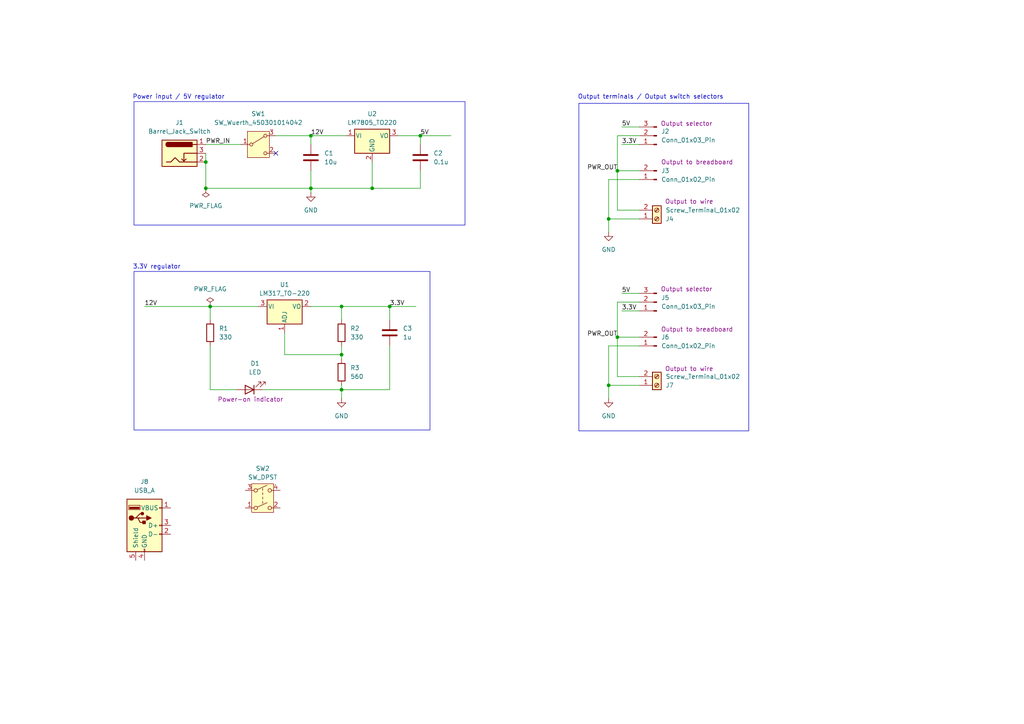
<source format=kicad_sch>
(kicad_sch (version 20231120) (generator "eeschema") (generator_version "8.0")
  (paper "A4")
  (title_block (title "Breadboard Power Supply") (date "2025-01-06") (rev "1") (company "Jaime M. Villegas I.") (comment 1 "3.3 V - 5 V power supply for prototyping breadboard"))
  (lib_symbols
    (symbol "Connector:Barrel_Jack_Switch" (pin_names hide)
      (property "Reference" "J" (at 0 5.334 0))
      (property "Value" "Barrel_Jack_Switch" (at 0 -5.08 0))
      (symbol "Barrel_Jack_Switch_0_1"
        (rectangle (start -5.08 3.81) (end 5.08 -3.81) (stroke (width 0.254)) (fill (type background)))
        (arc (start -3.302 3.175) (mid -3.9343 2.54) (end -3.302 1.905) (stroke (width 0.254)))
        (arc (start -3.302 3.175) (mid -3.9343 2.54) (end -3.302 1.905) (stroke (width 0.254)) (fill (type outline)))
        (polyline (pts (xy 1.27 -2.286) (xy 1.905 -1.651)) (stroke (width 0.254)))
        (polyline (pts (xy 5.08 2.54) (xy 3.81 2.54)) (stroke (width 0.254)))
        (polyline (pts (xy 5.08 0) (xy 1.27 0) (xy 1.27 -2.286) (xy 0.635 -1.651)) (stroke (width 0.254)))
        (polyline (pts (xy -3.81 -2.54) (xy -2.54 -2.54) (xy -1.27 -1.27) (xy 0 -2.54) (xy 2.54 -2.54) (xy 5.08 -2.54)) (stroke (width 0.254)))
        (rectangle (start 3.683 3.175) (end -3.302 1.905) (stroke (width 0.254)) (fill (type outline)))
      )
      (symbol "Barrel_Jack_Switch_1_1"
        (pin passive line (at 7.62 2.54 180) (length 2.54) (name "~") (number "1"))
        (pin passive line (at 7.62 -2.54 180) (length 2.54) (name "~") (number "2"))
        (pin passive line (at 7.62 0 180) (length 2.54) (name "~") (number "3"))
      )
    )
    (symbol "Connector:Conn_01x02_Pin" (pin_names (offset 1.016) hide)
      (property "Reference" "J" (at 0 2.54 0))
      (property "Value" "Conn_01x02_Pin" (at 0 -5.08 0))
      (symbol "Conn_01x02_Pin_1_1"
        (polyline (pts (xy 1.27 -2.54) (xy 0.8636 -2.54)) (stroke (width 0.1524)))
        (polyline (pts (xy 1.27 0) (xy 0.8636 0)) (stroke (width 0.1524)))
        (rectangle (start 0.8636 -2.413) (end 0 -2.667) (stroke (width 0.1524)) (fill (type outline)))
        (rectangle (start 0.8636 0.127) (end 0 -0.127) (stroke (width 0.1524)) (fill (type outline)))
        (pin passive line (at 5.08 0 180) (length 3.81) (name "Pin_1") (number "1"))
        (pin passive line (at 5.08 -2.54 180) (length 3.81) (name "Pin_2") (number "2"))
      )
    )
    (symbol "Connector:Conn_01x03_Pin" (pin_names (offset 1.016) hide)
      (property "Reference" "J" (at 0 5.08 0))
      (property "Value" "Conn_01x03_Pin" (at 0 -5.08 0))
      (symbol "Conn_01x03_Pin_1_1"
        (polyline (pts (xy 1.27 -2.54) (xy 0.8636 -2.54)) (stroke (width 0.1524)))
        (polyline (pts (xy 1.27 0) (xy 0.8636 0)) (stroke (width 0.1524)))
        (polyline (pts (xy 1.27 2.54) (xy 0.8636 2.54)) (stroke (width 0.1524)))
        (rectangle (start 0.8636 -2.413) (end 0 -2.667) (stroke (width 0.1524)) (fill (type outline)))
        (rectangle (start 0.8636 0.127) (end 0 -0.127) (stroke (width 0.1524)) (fill (type outline)))
        (rectangle (start 0.8636 2.667) (end 0 2.413) (stroke (width 0.1524)) (fill (type outline)))
        (pin passive line (at 5.08 2.54 180) (length 3.81) (name "Pin_1") (number "1"))
        (pin passive line (at 5.08 0 180) (length 3.81) (name "Pin_2") (number "2"))
        (pin passive line (at 5.08 -2.54 180) (length 3.81) (name "Pin_3") (number "3"))
      )
    )
    (symbol "Connector:Screw_Terminal_01x02" (pin_names (offset 1.016) hide)
      (property "Reference" "J" (at 0 2.54 0))
      (property "Value" "Screw_Terminal_01x02" (at 0 -5.08 0))
      (symbol "Screw_Terminal_01x02_1_1"
        (rectangle (start -1.27 1.27) (end 1.27 -3.81) (stroke (width 0.254)) (fill (type background)))
        (circle (center 0 -2.54) (radius 0.635) (stroke (width 0.1524)))
        (polyline (pts (xy -0.5334 -2.2098) (xy 0.3302 -3.048)) (stroke (width 0.1524)))
        (polyline (pts (xy -0.5334 0.3302) (xy 0.3302 -0.508)) (stroke (width 0.1524)))
        (polyline (pts (xy -0.3556 -2.032) (xy 0.508 -2.8702)) (stroke (width 0.1524)))
        (polyline (pts (xy -0.3556 0.508) (xy 0.508 -0.3302)) (stroke (width 0.1524)))
        (circle (center 0 0) (radius 0.635) (stroke (width 0.1524)))
        (pin passive line (at -5.08 0 0) (length 3.81) (name "Pin_1") (number "1"))
        (pin passive line (at -5.08 -2.54 0) (length 3.81) (name "Pin_2") (number "2"))
      )
    )
    (symbol "Connector:USB_A" (pin_names (offset 1.016))
      (property "Reference" "J" (at -5.08 11.43 0))
      (property "Value" "USB_A" (at -5.08 8.89 0))
      (symbol "USB_A_0_1"
        (rectangle (start -5.08 -7.62) (end 5.08 7.62) (stroke (width 0.254)) (fill (type background)))
        (circle (center -3.81 2.159) (radius 0.635) (stroke (width 0.254)) (fill (type outline)))
        (rectangle (start -1.524 4.826) (end -4.318 5.334) (fill (type outline)))
        (rectangle (start -1.27 4.572) (end -4.572 5.842))
        (circle (center -0.635 3.429) (radius 0.381) (stroke (width 0.254)) (fill (type outline)))
        (rectangle (start -0.127 -7.62) (end 0.127 -6.858))
        (polyline (pts (xy -3.175 2.159) (xy -2.54 2.159) (xy -1.27 3.429) (xy -0.635 3.429)) (stroke (width 0.254)))
        (polyline (pts (xy -2.54 2.159) (xy -1.905 2.159) (xy -1.27 0.889) (xy 0 0.889)) (stroke (width 0.254)))
        (polyline (pts (xy 0.635 2.794) (xy 0.635 1.524) (xy 1.905 2.159) (xy 0.635 2.794)) (stroke (width 0.254)) (fill (type outline)))
        (rectangle (start 0.254 1.27) (end -0.508 0.508) (stroke (width 0.254)) (fill (type outline)))
        (rectangle (start 5.08 -2.667) (end 4.318 -2.413))
        (rectangle (start 5.08 -0.127) (end 4.318 0.127))
        (rectangle (start 5.08 4.953) (end 4.318 5.207))
      )
      (symbol "USB_A_1_1"
        (polyline (pts (xy -1.905 2.159) (xy 0.635 2.159)) (stroke (width 0.254)))
        (pin power_in line (at 7.62 5.08 180) (length 2.54) (name "VBUS") (number "1"))
        (pin bidirectional line (at 7.62 -2.54 180) (length 2.54) (name "D-") (number "2"))
        (pin bidirectional line (at 7.62 0 180) (length 2.54) (name "D+") (number "3"))
        (pin power_in line (at 0 -10.16 90) (length 2.54) (name "GND") (number "4"))
        (pin passive line (at -2.54 -10.16 90) (length 2.54) (name "Shield") (number "5"))
      )
    )
    (symbol "Device:C" (pin_numbers hide) (pin_names (offset 0.254))
      (property "Reference" "C" (at 0.635 2.54 0))
      (property "Value" "C" (at 0.635 -2.54 0))
      (symbol "C_0_1"
        (polyline (pts (xy -2.032 -0.762) (xy 2.032 -0.762)) (stroke (width 0.508)))
        (polyline (pts (xy -2.032 0.762) (xy 2.032 0.762)) (stroke (width 0.508)))
      )
      (symbol "C_1_1"
        (pin passive line (at 0 3.81 270) (length 2.794) (name "~") (number "1"))
        (pin passive line (at 0 -3.81 90) (length 2.794) (name "~") (number "2"))
      )
    )
    (symbol "Device:LED" (pin_numbers hide) (pin_names (offset 1.016) hide)
      (property "Reference" "D" (at 0 2.54 0))
      (property "Value" "LED" (at 0 -2.54 0))
      (symbol "LED_0_1"
        (polyline (pts (xy -1.27 -1.27) (xy -1.27 1.27)) (stroke (width 0.254)))
        (polyline (pts (xy -1.27 0) (xy 1.27 0)))
        (polyline (pts (xy 1.27 -1.27) (xy 1.27 1.27) (xy -1.27 0) (xy 1.27 -1.27)) (stroke (width 0.254)))
        (polyline (pts (xy -3.048 -0.762) (xy -4.572 -2.286) (xy -3.81 -2.286) (xy -4.572 -2.286) (xy -4.572 -1.524)))
        (polyline (pts (xy -1.778 -0.762) (xy -3.302 -2.286) (xy -2.54 -2.286) (xy -3.302 -2.286) (xy -3.302 -1.524)))
      )
      (symbol "LED_1_1"
        (pin passive line (at -3.81 0 0) (length 2.54) (name "K") (number "1"))
        (pin passive line (at 3.81 0 180) (length 2.54) (name "A") (number "2"))
      )
    )
    (symbol "Device:R" (pin_numbers hide) (pin_names (offset 0))
      (property "Reference" "R" (at 2.032 0 90))
      (property "Value" "R" (at 0 0 90))
      (symbol "R_0_1"
        (rectangle (start -1.016 -2.54) (end 1.016 2.54) (stroke (width 0.254)))
      )
      (symbol "R_1_1"
        (pin passive line (at 0 3.81 270) (length 1.27) (name "~") (number "1"))
        (pin passive line (at 0 -3.81 90) (length 1.27) (name "~") (number "2"))
      )
    )
    (symbol "Regulator_Linear:LM317_TO-220" (pin_names (offset 0.254))
      (property "Reference" "U" (at -3.81 3.175 0))
      (property "Value" "LM317_TO-220" (at 0 3.175 0))
      (symbol "LM317_TO-220_0_1"
        (rectangle (start -5.08 1.905) (end 5.08 -5.08) (stroke (width 0.254)) (fill (type background)))
      )
      (symbol "LM317_TO-220_1_1"
        (pin input line (at 0 -7.62 90) (length 2.54) (name "ADJ") (number "1"))
        (pin power_out line (at 7.62 0 180) (length 2.54) (name "VO") (number "2"))
        (pin power_in line (at -7.62 0 0) (length 2.54) (name "VI") (number "3"))
      )
    )
    (symbol "Regulator_Linear:LM7805_TO220" (pin_names (offset 0.254))
      (property "Reference" "U" (at -3.81 3.175 0))
      (property "Value" "LM7805_TO220" (at 0 3.175 0))
      (symbol "LM7805_TO220_0_1"
        (rectangle (start -5.08 1.905) (end 5.08 -5.08) (stroke (width 0.254)) (fill (type background)))
      )
      (symbol "LM7805_TO220_1_1"
        (pin power_in line (at -7.62 0 0) (length 2.54) (name "VI") (number "1"))
        (pin power_in line (at 0 -7.62 90) (length 2.54) (name "GND") (number "2"))
        (pin power_out line (at 7.62 0 180) (length 2.54) (name "VO") (number "3"))
      )
    )
    (symbol "Switch:SW_DPST" (pin_names (offset 0) hide)
      (property "Reference" "SW" (at 0 6.35 0))
      (property "Value" "SW_DPST" (at 0 -5.08 0))
      (symbol "SW_DPST_0_0"
        (circle (center -2.032 -2.54) (radius 0.508))
        (circle (center -2.032 2.54) (radius 0.508))
        (polyline (pts (xy -1.524 -2.286) (xy 1.27 -1.016)))
        (polyline (pts (xy -1.524 2.794) (xy 1.27 4.064)))
        (polyline (pts (xy 0 -1.27) (xy 0 -0.635)))
        (polyline (pts (xy 0 0) (xy 0 0.635)))
        (polyline (pts (xy 0 1.27) (xy 0 1.905)))
        (polyline (pts (xy 0 2.54) (xy 0 3.175)))
        (circle (center 2.032 -2.54) (radius 0.508))
        (circle (center 2.032 2.54) (radius 0.508))
      )
      (symbol "SW_DPST_1_1"
        (rectangle (start -3.175 4.445) (end 3.175 -3.81) (fill (type background)))
        (pin passive line (at -5.08 -2.54 0) (length 2.54) (name "1") (number "1"))
        (pin passive line (at 5.08 -2.54 180) (length 2.54) (name "2") (number "2"))
        (pin passive line (at -5.08 2.54 0) (length 2.54) (name "3") (number "3"))
        (pin passive line (at 5.08 2.54 180) (length 2.54) (name "4") (number "4"))
      )
    )
    (symbol "Switch:SW_Wuerth_450301014042" (pin_names (offset 1) hide)
      (property "Reference" "SW" (at 0 5.08 0))
      (property "Value" "SW_Wuerth_450301014042" (at 0 -5.08 0))
      (symbol "SW_Wuerth_450301014042_0_1"
        (circle (center -2.032 0) (radius 0.4572))
        (polyline (pts (xy -1.651 0.254) (xy 1.651 2.286)))
        (circle (center 2.032 -2.54) (radius 0.4572))
        (circle (center 2.032 2.54) (radius 0.4572))
      )
      (symbol "SW_Wuerth_450301014042_1_1"
        (rectangle (start -3.175 3.81) (end 3.175 -3.81) (fill (type background)))
        (pin passive line (at -5.08 0 0) (length 2.54) (name "B") (number "1"))
        (pin passive line (at 5.08 -2.54 180) (length 2.54) (name "C") (number "2"))
        (pin passive line (at 5.08 2.54 180) (length 2.54) (name "A") (number "3"))
      )
    )
    (symbol "power:GND" (power) (pin_numbers hide) (pin_names (offset 0) hide)
      (property "Value" "GND" (at 0 -3.81 0))
      (symbol "GND_0_1"
        (polyline (pts (xy 0 0) (xy 0 -1.27) (xy 1.27 -1.27) (xy 0 -2.54) (xy -1.27 -1.27) (xy 0 -1.27)))
      )
      (symbol "GND_1_1"
        (pin power_in line (at 0 0 270) (length 0) (name "~") (number "1"))
      )
    )
    (symbol "power:PWR_FLAG" (power) (pin_numbers hide) (pin_names (offset 0) hide)
      (property "Value" "PWR_FLAG" (at 0 3.81 0))
      (symbol "PWR_FLAG_0_0"
        (pin power_out line (at 0 0 90) (length 0) (name "~") (number "1"))
      )
      (symbol "PWR_FLAG_0_1"
        (polyline (pts (xy 0 0) (xy 0 1.27) (xy -1.016 1.905) (xy 0 2.54) (xy 1.016 1.905) (xy 0 1.27)))
      )
    )
  )
  (junction (at 121.92 39.37))
  (junction (at 60.96 88.9))
  (junction (at 176.53 111.76))
  (junction (at 99.06 102.87))
  (junction (at 59.69 54.61))
  (junction (at 59.69 46.99))
  (junction (at 90.17 54.61))
  (junction (at 107.95 54.61))
  (junction (at 179.07 97.79))
  (junction (at 99.06 113.03))
  (junction (at 176.53 63.5))
  (junction (at 179.07 49.53))
  (junction (at 113.03 88.9))
  (junction (at 90.17 39.37))
  (junction (at 99.06 88.9))
  (no_connect (at 80.01 44.45))
  (wire (pts (xy 121.92 39.37) (xy 121.92 41.91)))
  (wire (pts (xy 41.91 88.9) (xy 60.96 88.9)))
  (wire (pts (xy 185.42 111.76) (xy 176.53 111.76)))
  (wire (pts (xy 90.17 88.9) (xy 99.06 88.9)))
  (wire (pts (xy 59.69 46.99) (xy 59.69 54.61)))
  (wire (pts (xy 82.55 102.87) (xy 99.06 102.87)))
  (wire (pts (xy 179.07 39.37) (xy 179.07 49.53)))
  (wire (pts (xy 176.53 63.5) (xy 176.53 67.31)))
  (wire (pts (xy 107.95 46.99) (xy 107.95 54.61)))
  (wire (pts (xy 60.96 100.33) (xy 60.96 113.03)))
  (wire (pts (xy 107.95 54.61) (xy 121.92 54.61)))
  (wire (pts (xy 80.01 39.37) (xy 90.17 39.37)))
  (wire (pts (xy 185.42 109.22) (xy 179.07 109.22)))
  (wire (pts (xy 59.69 54.61) (xy 90.17 54.61)))
  (wire (pts (xy 176.53 111.76) (xy 176.53 115.57)))
  (wire (pts (xy 176.53 52.07) (xy 176.53 63.5)))
  (wire (pts (xy 180.34 41.91) (xy 185.42 41.91)))
  (wire (pts (xy 121.92 39.37) (xy 130.81 39.37)))
  (wire (pts (xy 113.03 88.9) (xy 113.03 92.71)))
  (wire (pts (xy 179.07 60.96) (xy 185.42 60.96)))
  (wire (pts (xy 59.69 41.91) (xy 69.85 41.91)))
  (wire (pts (xy 99.06 102.87) (xy 99.06 104.14)))
  (wire (pts (xy 179.07 109.22) (xy 179.07 97.79)))
  (wire (pts (xy 82.55 96.52) (xy 82.55 102.87)))
  (wire (pts (xy 179.07 49.53) (xy 185.42 49.53)))
  (wire (pts (xy 113.03 100.33) (xy 113.03 113.03)))
  (wire (pts (xy 180.34 90.17) (xy 185.42 90.17)))
  (wire (pts (xy 90.17 54.61) (xy 90.17 55.88)))
  (wire (pts (xy 115.57 39.37) (xy 121.92 39.37)))
  (wire (pts (xy 180.34 36.83) (xy 185.42 36.83)))
  (wire (pts (xy 90.17 49.53) (xy 90.17 54.61)))
  (wire (pts (xy 99.06 113.03) (xy 99.06 115.57)))
  (wire (pts (xy 179.07 97.79) (xy 185.42 97.79)))
  (wire (pts (xy 60.96 113.03) (xy 68.58 113.03)))
  (wire (pts (xy 179.07 49.53) (xy 179.07 60.96)))
  (wire (pts (xy 113.03 113.03) (xy 99.06 113.03)))
  (wire (pts (xy 185.42 100.33) (xy 176.53 100.33)))
  (wire (pts (xy 121.92 49.53) (xy 121.92 54.61)))
  (wire (pts (xy 179.07 87.63) (xy 185.42 87.63)))
  (wire (pts (xy 60.96 88.9) (xy 60.96 92.71)))
  (wire (pts (xy 179.07 97.79) (xy 179.07 87.63)))
  (wire (pts (xy 90.17 54.61) (xy 107.95 54.61)))
  (wire (pts (xy 59.69 44.45) (xy 59.69 46.99)))
  (wire (pts (xy 60.96 88.9) (xy 74.93 88.9)))
  (wire (pts (xy 99.06 111.76) (xy 99.06 113.03)))
  (wire (pts (xy 99.06 88.9) (xy 113.03 88.9)))
  (wire (pts (xy 176.53 100.33) (xy 176.53 111.76)))
  (wire (pts (xy 176.53 52.07) (xy 185.42 52.07)))
  (wire (pts (xy 99.06 100.33) (xy 99.06 102.87)))
  (wire (pts (xy 76.2 113.03) (xy 99.06 113.03)))
  (wire (pts (xy 99.06 88.9) (xy 99.06 92.71)))
  (wire (pts (xy 90.17 39.37) (xy 100.33 39.37)))
  (wire (pts (xy 179.07 39.37) (xy 185.42 39.37)))
  (wire (pts (xy 120.65 88.9) (xy 113.03 88.9)))
  (wire (pts (xy 90.17 39.37) (xy 90.17 41.91)))
  (wire (pts (xy 176.53 63.5) (xy 185.42 63.5)))
  (wire (pts (xy 180.34 85.09) (xy 185.42 85.09)))
  (rectangle (start 38.862 29.464) (end 134.874 65.278))
  (rectangle (start 167.894 29.972) (end 217.17 124.968))
  (rectangle (start 38.862 78.74) (end 124.714 124.714))
  (text "Power input / 5V regulator" (at 51.816 28.194 0) (effects (font (size 1.27 1.27))))
  (text "Output terminals / Output switch selectors" (at 188.722 28.194 0) (effects (font (size 1.27 1.27))))
  (text "3.3V regulator" (at 45.466 77.47 0) (effects (font (size 1.27 1.27))))
  (label "12V" (at 41.91 88.9 0))
  (label "3.3V" (at 180.34 41.91 0))
  (label "3.3V" (at 113.03 88.9 0) (property "Netclass" "Power_output" (effects (hide yes))))
  (label "PWR_OUT" (at 179.07 97.79 180) (property "Netclass" "Power_output" (effects (hide yes))))
  (label "PWR_OUT" (at 179.07 49.53 180))
  (label "5V" (at 121.92 39.37 0) (property "Netclass" "Power_output" (effects (hide yes))))
  (label "12V" (at 90.17 39.37 0) (property "Netclass" "Power_input" (effects (hide yes))))
  (label "5V" (at 180.34 36.83 0))
  (label "3.3V" (at 180.34 90.17 0))
  (label "PWR_IN" (at 59.69 41.91 0) (property "Netclass" "Power_input" (effects (hide yes))))
  (label "5V" (at 180.34 85.09 0))
  (symbol (lib_id "Connector:Screw_Terminal_01x02") (at 190.5 111.76 0) (mirror x) (unit 1)
    (property "Reference" "J7" (at 193.04 111.7601 0) (effects (justify left)))
    (property "Value" "Screw_Terminal_01x02" (at 193.04 109.2201 0) (effects (justify left)))
    (property "Footprint" "TerminalBlock:TerminalBlock_bornier-2_P5.08mm" (effects (hide yes)))
    (property "Description" "Generic screw terminal, single row, 01x02, script generated (kicad-library-utils/schlib/autogen/connector/)" (effects (hide yes)))
    (property "Comments" "Output to wire" (at 199.898 106.934 0))
  )
  (symbol (lib_id "power:GND") (at 176.53 115.57 0) (unit 1)
    (property "Reference" "#PWR04" (effects (hide yes)))
    (property "Value" "GND" (at 176.53 120.65 0))
    (property "Description" "Power symbol creates a global label with name \"GND\" , ground" (effects (hide yes)))
  )
  (symbol (lib_id "Device:R") (at 60.96 96.52 0) (unit 1)
    (property "Reference" "R1" (at 63.5 95.2499 0) (effects (justify left)))
    (property "Value" "330" (at 63.5 97.7899 0) (effects (justify left)))
    (property "Footprint" "Resistor_THT:R_Axial_DIN0204_L3.6mm_D1.6mm_P7.62mm_Horizontal" (effects (hide yes)))
    (property "Description" "Resistor" (effects (hide yes)))
  )
  (symbol (lib_id "Connector:USB_A") (at 41.91 152.4 0) (unit 1)
    (property "Reference" "J8" (at 41.91 139.7 0))
    (property "Value" "USB_A" (at 41.91 142.24 0))
    (property "Footprint" "Connector_USB:USB_A_TE_292303-7_Horizontal" (effects (hide yes)))
    (property "Description" "USB Type A connector" (effects (hide yes)))
  )
  (symbol (lib_id "Device:C") (at 113.03 96.52 0) (unit 1)
    (property "Reference" "C3" (at 116.84 95.2499 0) (effects (justify left)))
    (property "Value" "1u" (at 116.84 97.7899 0) (effects (justify left)))
    (property "Footprint" "Capacitor_THT:C_Disc_D3.0mm_W1.6mm_P2.50mm" (effects (hide yes)))
    (property "Description" "Unpolarized capacitor" (effects (hide yes)))
  )
  (symbol (lib_id "power:PWR_FLAG") (at 60.96 88.9 0) (unit 1)
    (property "Reference" "#FLG02" (effects (hide yes)))
    (property "Value" "PWR_FLAG" (at 60.96 83.82 0))
    (property "Description" "Special symbol for telling ERC where power comes from" (effects (hide yes)))
  )
  (symbol (lib_id "Connector:Conn_01x03_Pin") (at 190.5 39.37 180) (unit 1)
    (property "Reference" "J2" (at 191.77 38.0999 0) (effects (justify right)))
    (property "Value" "Conn_01x03_Pin" (at 191.77 40.6399 0) (effects (justify right)))
    (property "Footprint" "Connector_PinHeader_2.54mm:PinHeader_1x03_P2.54mm_Vertical" (effects (hide yes)))
    (property "Description" "Generic connector, single row, 01x03, script generated" (effects (hide yes)))
    (property "Comments" "Output selector" (at 199.136 35.814 0))
  )
  (symbol (lib_id "Device:LED") (at 72.39 113.03 180) (unit 1)
    (property "Reference" "D1" (at 73.9775 105.41 0))
    (property "Value" "LED" (at 73.9775 107.95 0))
    (property "Footprint" "LED_THT:LED_D5.0mm" (effects (hide yes)))
    (property "Description" "Light emitting diode" (effects (hide yes)))
    (property "Comments" "Power-on indicator" (at 72.644 115.824 0))
  )
  (symbol (lib_id "Device:R") (at 99.06 96.52 0) (unit 1)
    (property "Reference" "R2" (at 101.6 95.2499 0) (effects (justify left)))
    (property "Value" "330" (at 101.6 97.7899 0) (effects (justify left)))
    (property "Footprint" "Resistor_THT:R_Axial_DIN0204_L3.6mm_D1.6mm_P7.62mm_Horizontal" (effects (hide yes)))
    (property "Description" "Resistor" (effects (hide yes)))
  )
  (symbol (lib_id "Connector:Barrel_Jack_Switch") (at 52.07 44.45 0) (unit 1)
    (property "Reference" "J1" (at 52.07 35.56 0))
    (property "Value" "Barrel_Jack_Switch" (at 52.07 38.1 0))
    (property "Footprint" "Connector_BarrelJack:BarrelJack_Horizontal" (effects (hide yes)))
    (property "Description" "DC Barrel Jack with an internal switch" (effects (hide yes)))
  )
  (symbol (lib_id "Connector:Conn_01x03_Pin") (at 190.5 87.63 180) (unit 1)
    (property "Reference" "J5" (at 191.77 86.3599 0) (effects (justify right)))
    (property "Value" "Conn_01x03_Pin" (at 191.77 88.8999 0) (effects (justify right)))
    (property "Footprint" "Connector_PinHeader_2.54mm:PinHeader_1x03_P2.54mm_Vertical" (effects (hide yes)))
    (property "Description" "Generic connector, single row, 01x03, script generated" (effects (hide yes)))
    (property "Comments" "Output selector" (at 199.136 83.82 0))
  )
  (symbol (lib_id "Device:R") (at 99.06 107.95 0) (unit 1)
    (property "Reference" "R3" (at 101.6 106.6799 0) (effects (justify left)))
    (property "Value" "560" (at 101.6 109.2199 0) (effects (justify left)))
    (property "Footprint" "Resistor_THT:R_Axial_DIN0204_L3.6mm_D1.6mm_P7.62mm_Horizontal" (effects (hide yes)))
    (property "Description" "Resistor" (effects (hide yes)))
  )
  (symbol (lib_id "power:GND") (at 99.06 115.57 0) (unit 1)
    (property "Reference" "#PWR01" (effects (hide yes)))
    (property "Value" "GND" (at 99.06 120.65 0))
    (property "Description" "Power symbol creates a global label with name \"GND\" , ground" (effects (hide yes)))
  )
  (symbol (lib_id "power:GND") (at 176.53 67.31 0) (unit 1)
    (property "Reference" "#PWR03" (effects (hide yes)))
    (property "Value" "GND" (at 176.53 72.39 0))
    (property "Description" "Power symbol creates a global label with name \"GND\" , ground" (effects (hide yes)))
  )
  (symbol (lib_id "Connector:Screw_Terminal_01x02") (at 190.5 63.5 0) (mirror x) (unit 1)
    (property "Reference" "J4" (at 193.04 63.5001 0) (effects (justify left)))
    (property "Value" "Screw_Terminal_01x02" (at 193.04 60.9601 0) (effects (justify left)))
    (property "Footprint" "TerminalBlock:TerminalBlock_bornier-2_P5.08mm" (effects (hide yes)))
    (property "Description" "Generic screw terminal, single row, 01x02, script generated (kicad-library-utils/schlib/autogen/connector/)" (effects (hide yes)))
    (property "Comments" "Output to wire" (at 199.898 58.42 0))
  )
  (symbol (lib_id "Switch:SW_Wuerth_450301014042") (at 74.93 41.91 0) (unit 1)
    (property "Reference" "SW1" (at 74.93 33.02 0))
    (property "Value" "SW_Wuerth_450301014042" (at 74.93 35.56 0))
    (property "Footprint" "Button_Switch_THT:SW_Slide-03_Wuerth-WS-SLTV_10x2.5x6.4_P2.54mm" (effects (hide yes)))
    (property "Datasheet" "https://www.we-online.com/components/products/datasheet/450301014042.pdf" (effects (hide yes)))
    (property "Description" "Switch slide, single pole double throw" (effects (hide yes)))
  )
  (symbol (lib_id "power:GND") (at 90.17 55.88 0) (unit 1)
    (property "Reference" "#PWR02" (effects (hide yes)))
    (property "Value" "GND" (at 90.17 60.96 0))
    (property "Description" "Power symbol creates a global label with name \"GND\" , ground" (effects (hide yes)))
  )
  (symbol (lib_id "Connector:Conn_01x02_Pin") (at 190.5 52.07 180) (unit 1)
    (property "Reference" "J3" (at 191.77 49.5299 0) (effects (justify right)))
    (property "Value" "Conn_01x02_Pin" (at 191.77 52.0699 0) (effects (justify right)))
    (property "Footprint" "Connector_PinHeader_2.54mm:PinHeader_1x02_P2.54mm_Vertical" (effects (hide yes)))
    (property "Description" "Generic connector, single row, 01x02, script generated" (effects (hide yes)))
    (property "Comments" "Output to breadboard" (at 202.184 46.99 0))
  )
  (symbol (lib_id "Regulator_Linear:LM317_TO-220") (at 82.55 88.9 0) (unit 1)
    (property "Reference" "U1" (at 82.55 82.55 0))
    (property "Value" "LM317_TO-220" (at 82.55 85.09 0))
    (property "Footprint" "Package_TO_SOT_THT:TO-220-3_Vertical" (effects (hide yes)))
    (property "Datasheet" "http://www.ti.com/lit/ds/symlink/lm317.pdf" (effects (hide yes)))
    (property "Description" "1.5A 35V Adjustable Linear Regulator, TO-220" (effects (hide yes)))
  )
  (symbol (lib_id "power:PWR_FLAG") (at 59.69 54.61 180) (unit 1)
    (property "Reference" "#FLG01" (effects (hide yes)))
    (property "Value" "PWR_FLAG" (at 59.69 59.69 0))
    (property "Description" "Special symbol for telling ERC where power comes from" (effects (hide yes)))
  )
  (symbol (lib_id "Device:C") (at 121.92 45.72 0) (unit 1)
    (property "Reference" "C2" (at 125.73 44.4499 0) (effects (justify left)))
    (property "Value" "0.1u" (at 125.73 46.9899 0) (effects (justify left)))
    (property "Footprint" "Capacitor_THT:C_Disc_D3.0mm_W1.6mm_P2.50mm" (effects (hide yes)))
    (property "Description" "Unpolarized capacitor" (effects (hide yes)))
  )
  (symbol (lib_id "Connector:Conn_01x02_Pin") (at 190.5 100.33 180) (unit 1)
    (property "Reference" "J6" (at 191.77 97.7899 0) (effects (justify right)))
    (property "Value" "Conn_01x02_Pin" (at 191.77 100.3299 0) (effects (justify right)))
    (property "Footprint" "Connector_PinHeader_2.54mm:PinHeader_1x02_P2.54mm_Vertical" (effects (hide yes)))
    (property "Description" "Generic connector, single row, 01x02, script generated" (effects (hide yes)))
    (property "Comments" "Output to breadboard" (at 202.184 95.504 0))
  )
  (symbol (lib_id "Regulator_Linear:LM7805_TO220") (at 107.95 39.37 0) (unit 1)
    (property "Reference" "U2" (at 107.95 33.02 0))
    (property "Value" "LM7805_TO220" (at 107.95 35.56 0))
    (property "Footprint" "Package_TO_SOT_THT:TO-220-3_Vertical" (effects (hide yes)))
    (property "Datasheet" "https://www.onsemi.cn/PowerSolutions/document/MC7800-D.PDF" (effects (hide yes)))
    (property "Description" "Positive 1A 35V Linear Regulator, Fixed Output 5V, TO-220" (effects (hide yes)))
  )
  (symbol (lib_id "Device:C") (at 90.17 45.72 0) (unit 1)
    (property "Reference" "C1" (at 94.027 44.4499 0) (effects (justify left)))
    (property "Value" "10u" (at 94.027 46.9899 0) (effects (justify left)))
    (property "Footprint" "Capacitor_THT:C_Disc_D3.0mm_W1.6mm_P2.50mm" (effects (hide yes)))
    (property "Description" "Unpolarized capacitor" (effects (hide yes)))
  )
  (symbol (lib_id "Switch:SW_DPST") (at 76.2 144.78 0) (unit 1)
    (property "Reference" "SW2" (at 76.2 135.89 0))
    (property "Value" "SW_DPST" (at 76.2 138.43 0))
    (property "Footprint" "Button_Switch_THT:SW_Push_2P1T_Toggle_CK_PVA1xxH1xxxxxxV2" (effects (hide yes)))
    (property "Description" "Double Pole Single Throw (DPST) Switch" (effects (hide yes)))
  )
)
</source>
